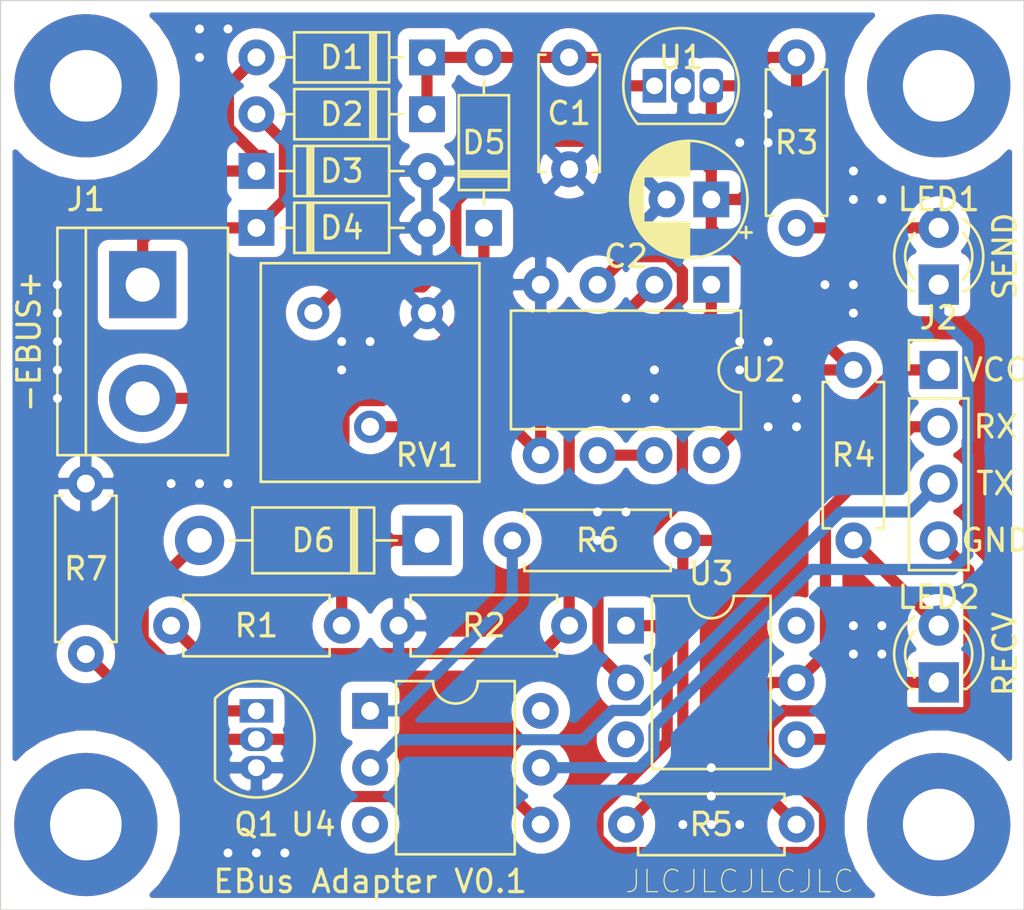
<source format=kicad_pcb>
(kicad_pcb (version 20171130) (host pcbnew 5.1.5+dfsg1-2build2)
  (layers (0 F.Cu signal hide) (31 B.Cu signal) (34 B.Paste user hide) (35 F.Paste user hide) (36 B.SilkS user hide) (37 F.SilkS user) (38 B.Mask user hide) (39 F.Mask user) (44 Edge.Cuts user))
  (net 0 "")
  (net 1 GNDA)
  (net 2 "Net-(C1-Pad1)")
  (net 3 +5V)
  (net 4 "Net-(D1-Pad2)")
  (net 5 "Net-(D2-Pad2)")
  (net 6 "Net-(D5-Pad1)")
  (net 7 "Net-(D6-Pad2)")
  (net 8 "Net-(J2-Pad4)")
  (net 9 "Net-(J2-Pad3)")
  (net 10 "Net-(J2-Pad2)")
  (net 11 "Net-(J2-Pad1)")
  (net 12 "Net-(LED1-Pad2)")
  (net 13 "Net-(LED1-Pad1)")
  (net 14 "Net-(LED2-Pad2)")
  (net 15 "Net-(LED2-Pad1)")
  (net 16 "Net-(Q1-Pad2)")
  (net 17 "Net-(R1-Pad2)")
  (net 18 "Net-(R6-Pad2)")
  (net 19 "Net-(RV1-Pad2)")
  (net 20 "Net-(U2-Pad6)")
  (net 21 "Net-(U2-Pad1)")
  (net 22 "Net-(U3-Pad6)")
  (net 23 "Net-(U3-Pad3)")
  (net 24 "Net-(U4-Pad6)")
  (net 25 "Net-(U4-Pad3)")
  (net 26 "Net-(H1-Pad1)")
  (net 27 "Net-(H2-Pad1)")
  (net 28 "Net-(H3-Pad1)")
  (net 29 "Net-(H4-Pad1)")
  (module TerminalBlock:TerminalBlock_bornier-2_P5.08mm (layer F.Cu) (at 36.83 104.14 270)
    (fp_text reference J1 (at -3.81 2.54 180) (layer F.SilkS))
    (fp_text value EBus-Connector)
    (fp_text user + (at 0 5.08 90) (layer F.SilkS))
    (fp_text user EBUS (at 2.54 5.08 270) (layer F.SilkS))
    (fp_text user - (at 5.08 5.08 90) (layer F.SilkS))
    (pad 1 thru_hole rect (at 0 0 270) (size 3 3) (drill 1.52) (layers *.Cu *.Mask) (net 4 "Net-(D1-Pad2)"))
    (pad 2 thru_hole circle (at 5.08 0 270) (size 3 3) (drill 1.52) (layers *.Cu *.Mask) (net 5 "Net-(D2-Pad2)"))
  )
  (module Connector_PinHeader_2.54mm:PinHeader_1x04_P2.54mm_Vertical (layer F.Cu) (at 72.39 107.95)
    (fp_text reference J2 (at 0 -2.33 180) (layer F.SilkS))
    (fp_text value Serial)
    (fp_text user VCC (at 2.54 0 180) (layer F.SilkS))
    (fp_text user RX (at 2.54 2.54) (layer F.SilkS))
    (fp_text user TX (at 2.54 5.08) (layer F.SilkS))
    (fp_text user GND (at 2.54 7.62) (layer F.SilkS))
    (pad 4 thru_hole oval (at 0 7.62) (size 1.7 1.7) (drill 1) (layers *.Cu *.Mask) (net 8 "Net-(J2-Pad4)"))
    (pad 3 thru_hole oval (at 0 5.08) (size 1.7 1.7) (drill 1) (layers *.Cu *.Mask) (net 9 "Net-(J2-Pad3)"))
    (pad 2 thru_hole oval (at 0 2.54) (size 1.7 1.7) (drill 1) (layers *.Cu *.Mask) (net 10 "Net-(J2-Pad2)"))
    (pad 1 thru_hole rect (at 0 0) (size 1.7 1.7) (drill 1) (layers *.Cu *.Mask) (net 11 "Net-(J2-Pad1)"))
  )
  (module MountingHole:MountingHole_3.2mm_M3_Pad (layer F.Cu) (at 34.29 95.25)
    (fp_text reference H1 hide)
    (fp_text value MountingHole_Pad)
    (pad 1 thru_hole circle (at 0 0) (size 6.4 6.4) (drill 3.2) (layers *.Cu *.Mask) (net 26 "Net-(H1-Pad1)"))
  )
  (module MountingHole:MountingHole_3.2mm_M3_Pad (layer F.Cu) (at 72.39 128.27)
    (fp_text reference H4 hide)
    (fp_text value MountingHole_Pad)
    (pad 1 thru_hole circle (at 0 0) (size 6.4 6.4) (drill 3.2) (layers *.Cu *.Mask) (net 29 "Net-(H4-Pad1)"))
  )
  (module MountingHole:MountingHole_3.2mm_M3_Pad (layer F.Cu) (at 72.39 95.25)
    (fp_text reference H3 hide)
    (fp_text value MountingHole_Pad)
    (pad 1 thru_hole circle (at 0 0) (size 6.4 6.4) (drill 3.2) (layers *.Cu *.Mask) (net 28 "Net-(H3-Pad1)"))
  )
  (module MountingHole:MountingHole_3.2mm_M3_Pad (layer F.Cu) (at 34.29 128.27)
    (fp_text reference H2 hide)
    (fp_text value MountingHole_Pad)
    (pad 1 thru_hole circle (at 0 0) (size 6.4 6.4) (drill 3.2) (layers *.Cu *.Mask) (net 27 "Net-(H2-Pad1)"))
  )
  (module LED_THT:LED_D3.0mm (layer F.Cu) (at 72.39 104.14 90)
    (fp_text reference LED1 (at 3.81 0 180) (layer F.SilkS))
    (fp_text value SEND (at 1.27 2.96 90) (layer F.SilkS))
    (pad 2 thru_hole circle (at 2.54 0 90) (size 1.8 1.8) (drill 0.9) (layers *.Cu *.Mask) (net 12 "Net-(LED1-Pad2)"))
    (pad 1 thru_hole rect (at 0 0 90) (size 1.8 1.8) (drill 0.9) (layers *.Cu *.Mask) (net 13 "Net-(LED1-Pad1)"))
  )
  (module Resistor_THT:R_Axial_DIN0207_L6.3mm_D2.5mm_P7.62mm_Horizontal (layer F.Cu) (at 68.58 107.95 270)
    (fp_text reference R4 (at 3.81 0 180) (layer F.SilkS))
    (fp_text value 220)
    (pad 2 thru_hole oval (at 7.62 0 270) (size 1.6 1.6) (drill 0.8) (layers *.Cu *.Mask) (net 14 "Net-(LED2-Pad2)"))
    (pad 1 thru_hole circle (at 0 0 270) (size 1.6 1.6) (drill 0.8) (layers *.Cu *.Mask) (net 3 +5V))
  )
  (module Package_DIP:DIP-6_W7.62mm (layer F.Cu) (at 46.99 123.19)
    (fp_text reference U4 (at -2.54 5.08 180) (layer F.SilkS))
    (fp_text value 4N25)
    (pad 1 thru_hole rect (at 0 0) (size 1.6 1.6) (drill 0.8) (layers *.Cu *.Mask) (net 18 "Net-(R6-Pad2)"))
    (pad 4 thru_hole oval (at 7.62 5.08) (size 1.6 1.6) (drill 0.8) (layers *.Cu *.Mask) (net 16 "Net-(Q1-Pad2)"))
    (pad 2 thru_hole oval (at 0 2.54) (size 1.6 1.6) (drill 0.8) (layers *.Cu *.Mask) (net 9 "Net-(J2-Pad3)"))
    (pad 5 thru_hole oval (at 7.62 2.54) (size 1.6 1.6) (drill 0.8) (layers *.Cu *.Mask) (net 13 "Net-(LED1-Pad1)"))
    (pad 3 thru_hole oval (at 0 5.08) (size 1.6 1.6) (drill 0.8) (layers *.Cu *.Mask) (net 25 "Net-(U4-Pad3)"))
    (pad 6 thru_hole oval (at 7.62 0) (size 1.6 1.6) (drill 0.8) (layers *.Cu *.Mask) (net 24 "Net-(U4-Pad6)"))
  )
  (module Diode_THT:D_DO-41_SOD81_P10.16mm_Horizontal (layer F.Cu) (at 49.53 115.57 180)
    (fp_text reference D6 (at 5.08 0) (layer F.SilkS))
    (fp_text value 1N4737A hide)
    (pad 2 thru_hole oval (at 10.16 0 180) (size 2.2 2.2) (drill 1.1) (layers *.Cu *.Mask) (net 7 "Net-(D6-Pad2)"))
    (pad 1 thru_hole rect (at 0 0 180) (size 2.2 2.2) (drill 1.1) (layers *.Cu *.Mask) (net 6 "Net-(D5-Pad1)"))
  )
  (module Resistor_THT:R_Axial_DIN0207_L6.3mm_D2.5mm_P7.62mm_Horizontal (layer F.Cu) (at 55.88 119.38 180)
    (fp_text reference R2 (at 3.81 0) (layer F.SilkS))
    (fp_text value 5k)
    (pad 2 thru_hole oval (at 7.62 0 180) (size 1.6 1.6) (drill 0.8) (layers *.Cu *.Mask) (net 1 GNDA))
    (pad 1 thru_hole circle (at 0 0 180) (size 1.6 1.6) (drill 0.8) (layers *.Cu *.Mask) (net 17 "Net-(R1-Pad2)"))
  )
  (module Resistor_THT:R_Axial_DIN0207_L6.3mm_D2.5mm_P7.62mm_Horizontal (layer F.Cu) (at 34.29 120.65 90)
    (fp_text reference R7 (at 3.81 0 180) (layer F.SilkS))
    (fp_text value 4.7k)
    (pad 2 thru_hole oval (at 7.62 0 90) (size 1.6 1.6) (drill 0.8) (layers *.Cu *.Mask) (net 1 GNDA))
    (pad 1 thru_hole circle (at 0 0 90) (size 1.6 1.6) (drill 0.8) (layers *.Cu *.Mask) (net 16 "Net-(Q1-Pad2)"))
  )
  (module Resistor_THT:R_Axial_DIN0207_L6.3mm_D2.5mm_P7.62mm_Horizontal (layer F.Cu) (at 60.96 115.57 180)
    (fp_text reference R6 (at 3.81 0) (layer F.SilkS))
    (fp_text value 130)
    (pad 2 thru_hole oval (at 7.62 0 180) (size 1.6 1.6) (drill 0.8) (layers *.Cu *.Mask) (net 18 "Net-(R6-Pad2)"))
    (pad 1 thru_hole circle (at 0 0 180) (size 1.6 1.6) (drill 0.8) (layers *.Cu *.Mask) (net 11 "Net-(J2-Pad1)"))
  )
  (module Resistor_THT:R_Axial_DIN0207_L6.3mm_D2.5mm_P7.62mm_Horizontal (layer F.Cu) (at 58.42 128.27)
    (fp_text reference R5 (at 3.81 0) (layer F.SilkS))
    (fp_text value 4.7k)
    (pad 2 thru_hole oval (at 7.62 0) (size 1.6 1.6) (drill 0.8) (layers *.Cu *.Mask) (net 10 "Net-(J2-Pad2)"))
    (pad 1 thru_hole circle (at 0 0) (size 1.6 1.6) (drill 0.8) (layers *.Cu *.Mask) (net 11 "Net-(J2-Pad1)"))
  )
  (module Resistor_THT:R_Axial_DIN0207_L6.3mm_D2.5mm_P7.62mm_Horizontal (layer F.Cu) (at 66.04 93.98 270)
    (fp_text reference R3 (at 3.81 0 180) (layer F.SilkS))
    (fp_text value 470)
    (pad 2 thru_hole oval (at 7.62 0 270) (size 1.6 1.6) (drill 0.8) (layers *.Cu *.Mask) (net 12 "Net-(LED1-Pad2)"))
    (pad 1 thru_hole circle (at 0 0 270) (size 1.6 1.6) (drill 0.8) (layers *.Cu *.Mask) (net 3 +5V))
  )
  (module Resistor_THT:R_Axial_DIN0207_L6.3mm_D2.5mm_P7.62mm_Horizontal (layer F.Cu) (at 45.72 119.38 180)
    (fp_text reference R1 (at 3.81 0) (layer F.SilkS))
    (fp_text value 20k)
    (pad 2 thru_hole oval (at 7.62 0 180) (size 1.6 1.6) (drill 0.8) (layers *.Cu *.Mask) (net 17 "Net-(R1-Pad2)"))
    (pad 1 thru_hole circle (at 0 0 180) (size 1.6 1.6) (drill 0.8) (layers *.Cu *.Mask) (net 6 "Net-(D5-Pad1)"))
  )
  (module Package_DIP:DIP-6_W7.62mm (layer F.Cu) (at 58.42 119.38)
    (fp_text reference U3 (at 3.81 -2.33) (layer F.SilkS))
    (fp_text value 4N25)
    (pad 6 thru_hole oval (at 7.62 0) (size 1.6 1.6) (drill 0.8) (layers *.Cu *.Mask) (net 22 "Net-(U3-Pad6)"))
    (pad 3 thru_hole oval (at 0 5.08) (size 1.6 1.6) (drill 0.8) (layers *.Cu *.Mask) (net 23 "Net-(U3-Pad3)"))
    (pad 5 thru_hole oval (at 7.62 2.54) (size 1.6 1.6) (drill 0.8) (layers *.Cu *.Mask) (net 10 "Net-(J2-Pad2)"))
    (pad 2 thru_hole oval (at 0 2.54) (size 1.6 1.6) (drill 0.8) (layers *.Cu *.Mask) (net 21 "Net-(U2-Pad1)"))
    (pad 4 thru_hole oval (at 7.62 5.08) (size 1.6 1.6) (drill 0.8) (layers *.Cu *.Mask) (net 8 "Net-(J2-Pad4)"))
    (pad 1 thru_hole rect (at 0 0) (size 1.6 1.6) (drill 0.8) (layers *.Cu *.Mask) (net 15 "Net-(LED2-Pad1)"))
  )
  (module Package_DIP:DIP-8_W7.62mm (layer F.Cu) (at 62.23 104.14 270)
    (fp_text reference U2 (at 3.81 -2.33 180) (layer F.SilkS))
    (fp_text value LM393N)
    (pad 8 thru_hole oval (at 7.62 0 270) (size 1.6 1.6) (drill 0.8) (layers *.Cu *.Mask) (net 3 +5V))
    (pad 4 thru_hole oval (at 0 7.62 270) (size 1.6 1.6) (drill 0.8) (layers *.Cu *.Mask) (net 1 GNDA))
    (pad 7 thru_hole oval (at 7.62 2.54 270) (size 1.6 1.6) (drill 0.8) (layers *.Cu *.Mask) (net 20 "Net-(U2-Pad6)"))
    (pad 3 thru_hole oval (at 0 5.08 270) (size 1.6 1.6) (drill 0.8) (layers *.Cu *.Mask) (net 17 "Net-(R1-Pad2)"))
    (pad 6 thru_hole oval (at 7.62 5.08 270) (size 1.6 1.6) (drill 0.8) (layers *.Cu *.Mask) (net 20 "Net-(U2-Pad6)"))
    (pad 2 thru_hole oval (at 0 2.54 270) (size 1.6 1.6) (drill 0.8) (layers *.Cu *.Mask) (net 19 "Net-(RV1-Pad2)"))
    (pad 5 thru_hole oval (at 7.62 7.62 270) (size 1.6 1.6) (drill 0.8) (layers *.Cu *.Mask) (net 19 "Net-(RV1-Pad2)"))
    (pad 1 thru_hole rect (at 0 0 270) (size 1.6 1.6) (drill 0.8) (layers *.Cu *.Mask) (net 21 "Net-(U2-Pad1)"))
  )
  (module Package_TO_SOT_THT:TO-92L_Inline (layer F.Cu) (at 59.69 95.25)
    (fp_text reference U1 (at 1.19 -1.27) (layer F.SilkS))
    (fp_text value L7805 hide)
    (pad 1 thru_hole rect (at 0 0) (size 1.05 1.5) (drill 0.75) (layers *.Cu *.Mask) (net 2 "Net-(C1-Pad1)"))
    (pad 3 thru_hole roundrect (at 2.54 0) (size 1.05 1.5) (drill 0.75) (layers *.Cu *.Mask) (net 3 +5V))
    (pad 2 thru_hole roundrect (at 1.27 0) (size 1.05 1.5) (drill 0.75) (layers *.Cu *.Mask) (net 1 GNDA))
  )
  (module Potentiometer_THT:Potentiometer_Bourns_3386F_Vertical (layer F.Cu) (at 44.45 105.41 270)
    (fp_text reference RV1 (at 6.35 -5.08 180) (layer F.SilkS))
    (fp_text value 20k)
    (pad 1 thru_hole circle (at 0 0 270) (size 1.44 1.44) (drill 0.8) (layers *.Cu *.Mask) (net 3 +5V))
    (pad 2 thru_hole circle (at 5.08 -2.54 270) (size 1.44 1.44) (drill 0.8) (layers *.Cu *.Mask) (net 19 "Net-(RV1-Pad2)"))
    (pad 3 thru_hole circle (at 0 -5.08 270) (size 1.44 1.44) (drill 0.8) (layers *.Cu *.Mask) (net 1 GNDA))
  )
  (module Package_TO_SOT_THT:TO-92_Inline (layer F.Cu) (at 41.91 123.19 270)
    (fp_text reference Q1 (at 5.08 0 180) (layer F.SilkS))
    (fp_text value BC337)
    (pad 1 thru_hole rect (at 0 0 270) (size 1.05 1.5) (drill 0.75) (layers *.Cu *.Mask) (net 7 "Net-(D6-Pad2)"))
    (pad 3 thru_hole oval (at 2.54 0 270) (size 1.05 1.5) (drill 0.75) (layers *.Cu *.Mask) (net 1 GNDA))
    (pad 2 thru_hole oval (at 1.27 0 270) (size 1.05 1.5) (drill 0.75) (layers *.Cu *.Mask) (net 16 "Net-(Q1-Pad2)"))
  )
  (module LED_THT:LED_D3.0mm (layer F.Cu) (at 72.39 121.92 90)
    (fp_text reference LED2 (at 3.81 0 180) (layer F.SilkS))
    (fp_text value RECV (at 1.27 2.96 90) (layer F.SilkS))
    (pad 2 thru_hole circle (at 2.54 0 90) (size 1.8 1.8) (drill 0.9) (layers *.Cu *.Mask) (net 14 "Net-(LED2-Pad2)"))
    (pad 1 thru_hole rect (at 0 0 90) (size 1.8 1.8) (drill 0.9) (layers *.Cu *.Mask) (net 15 "Net-(LED2-Pad1)"))
  )
  (module Diode_THT:D_DO-35_SOD27_P7.62mm_Horizontal (layer F.Cu) (at 52.07 101.6 90)
    (fp_text reference D5 (at 3.81 0 180) (layer F.SilkS))
    (fp_text value 1N914 hide)
    (pad 2 thru_hole oval (at 7.62 0 90) (size 1.6 1.6) (drill 0.8) (layers *.Cu *.Mask) (net 2 "Net-(C1-Pad1)"))
    (pad 1 thru_hole rect (at 0 0 90) (size 1.6 1.6) (drill 0.8) (layers *.Cu *.Mask) (net 6 "Net-(D5-Pad1)"))
  )
  (module Diode_THT:D_DO-35_SOD27_P7.62mm_Horizontal (layer F.Cu) (at 41.91 101.6)
    (fp_text reference D4 (at 3.81 0) (layer F.SilkS))
    (fp_text value 1N914 hide)
    (pad 2 thru_hole oval (at 7.62 0) (size 1.6 1.6) (drill 0.8) (layers *.Cu *.Mask) (net 1 GNDA))
    (pad 1 thru_hole rect (at 0 0) (size 1.6 1.6) (drill 0.8) (layers *.Cu *.Mask) (net 5 "Net-(D2-Pad2)"))
  )
  (module Diode_THT:D_DO-35_SOD27_P7.62mm_Horizontal (layer F.Cu) (at 41.91 99.06)
    (fp_text reference D3 (at 3.81 0) (layer F.SilkS))
    (fp_text value 1N914 hide)
    (pad 2 thru_hole oval (at 7.62 0) (size 1.6 1.6) (drill 0.8) (layers *.Cu *.Mask) (net 1 GNDA))
    (pad 1 thru_hole rect (at 0 0) (size 1.6 1.6) (drill 0.8) (layers *.Cu *.Mask) (net 4 "Net-(D1-Pad2)"))
  )
  (module Diode_THT:D_DO-35_SOD27_P7.62mm_Horizontal (layer F.Cu) (at 49.53 96.52 180)
    (fp_text reference D2 (at 3.81 0) (layer F.SilkS))
    (fp_text value 1N914 hide)
    (pad 2 thru_hole oval (at 7.62 0 180) (size 1.6 1.6) (drill 0.8) (layers *.Cu *.Mask) (net 5 "Net-(D2-Pad2)"))
    (pad 1 thru_hole rect (at 0 0 180) (size 1.6 1.6) (drill 0.8) (layers *.Cu *.Mask) (net 2 "Net-(C1-Pad1)"))
  )
  (module Diode_THT:D_DO-35_SOD27_P7.62mm_Horizontal (layer F.Cu) (at 49.53 93.98 180)
    (fp_text reference D1 (at 3.81 0) (layer F.SilkS))
    (fp_text value 1N914 hide)
    (pad 2 thru_hole oval (at 7.62 0 180) (size 1.6 1.6) (drill 0.8) (layers *.Cu *.Mask) (net 4 "Net-(D1-Pad2)"))
    (pad 1 thru_hole rect (at 0 0 180) (size 1.6 1.6) (drill 0.8) (layers *.Cu *.Mask) (net 2 "Net-(C1-Pad1)"))
  )
  (module Capacitor_THT:CP_Radial_D5.0mm_P2.00mm (layer F.Cu) (at 62.23 100.33 180)
    (fp_text reference C2 (at 3.81 -2.54) (layer F.SilkS))
    (fp_text value 10uF hide)
    (pad 2 thru_hole circle (at 2 0 180) (size 1.6 1.6) (drill 0.8) (layers *.Cu *.Mask) (net 1 GNDA))
    (pad 1 thru_hole rect (at 0 0 180) (size 1.6 1.6) (drill 0.8) (layers *.Cu *.Mask) (net 3 +5V))
  )
  (module Capacitor_THT:C_Disc_D5.0mm_W2.5mm_P5.00mm (layer F.Cu) (at 55.88 93.98 270)
    (fp_text reference C1 (at 2.5 0 180) (layer F.SilkS))
    (fp_text value 100nF hide)
    (pad 2 thru_hole circle (at 5 0 270) (size 1.6 1.6) (drill 0.8) (layers *.Cu *.Mask) (net 1 GNDA))
    (pad 1 thru_hole circle (at 0 0 270) (size 1.6 1.6) (drill 0.8) (layers *.Cu *.Mask) (net 2 "Net-(C1-Pad1)"))
  )
  (gr_line (start 76.2 91.44) (end 30.48 91.44) (layer Edge.Cuts) (width 0.05))
  (gr_line (start 76.2 132.08) (end 76.2 91.44) (layer Edge.Cuts) (width 0.05))
  (gr_line (start 30.48 132.08) (end 76.2 132.08) (layer Edge.Cuts) (width 0.05))
  (gr_line (start 30.48 91.44) (end 30.48 132.08) (layer Edge.Cuts) (width 0.05))
  (gr_text JLCJLCJLCJLC (at 63.5 130.81) (layer F.SilkS) (effects (font (size 1 1) (thickness 0.05))))
  (gr_text "EBus Adapter V0.1" (at 46.99 130.81) (layer F.SilkS) (effects (font (size 1 1))))
  (segment (start 49.53 99.06) (end 49.53 101.6) (width 0.5) (layer F.Cu) (net 1))
  (via (at 63.5 107.95) (size 0.8) (drill 0.4) (layers F.Cu B.Cu) (net 1))
  (via (at 64.77 106.68) (size 0.8) (drill 0.4) (layers F.Cu B.Cu) (net 1))
  (via (at 63.5 106.68) (size 0.8) (drill 0.4) (layers F.Cu B.Cu) (net 1))
  (via (at 46.99 106.68) (size 0.8) (drill 0.4) (layers F.Cu B.Cu) (net 1))
  (via (at 45.72 107.95) (size 0.8) (drill 0.4) (layers F.Cu B.Cu) (net 1))
  (via (at 45.72 106.68) (size 0.8) (drill 0.4) (layers F.Cu B.Cu) (net 1))
  (via (at 38.1 113.03) (size 0.8) (drill 0.4) (layers F.Cu B.Cu) (net 1))
  (via (at 39.37 113.03) (size 0.8) (drill 0.4) (layers F.Cu B.Cu) (net 1))
  (via (at 40.64 113.03) (size 0.8) (drill 0.4) (layers F.Cu B.Cu) (net 1))
  (via (at 64.77 110.49) (size 0.8) (drill 0.4) (layers F.Cu B.Cu) (net 1))
  (via (at 66.04 110.49) (size 0.8) (drill 0.4) (layers F.Cu B.Cu) (net 1))
  (via (at 66.04 109.22) (size 0.8) (drill 0.4) (layers F.Cu B.Cu) (net 1))
  (via (at 68.58 119.38) (size 0.8) (drill 0.4) (layers F.Cu B.Cu) (net 1))
  (via (at 68.58 120.65) (size 0.8) (drill 0.4) (layers F.Cu B.Cu) (net 1))
  (via (at 69.85 120.65) (size 0.8) (drill 0.4) (layers F.Cu B.Cu) (net 1))
  (via (at 69.85 119.38) (size 0.8) (drill 0.4) (layers F.Cu B.Cu) (net 1))
  (via (at 60.96 128.27) (size 0.8) (drill 0.4) (layers F.Cu B.Cu) (net 1))
  (via (at 62.23 128.27) (size 0.8) (drill 0.4) (layers F.Cu B.Cu) (net 1))
  (via (at 63.5 128.27) (size 0.8) (drill 0.4) (layers F.Cu B.Cu) (net 1))
  (via (at 62.23 127) (size 0.8) (drill 0.4) (layers F.Cu B.Cu) (net 1))
  (via (at 62.23 125.73) (size 0.8) (drill 0.4) (layers F.Cu B.Cu) (net 1))
  (via (at 58.42 109.22) (size 0.8) (drill 0.4) (layers F.Cu B.Cu) (net 1))
  (via (at 59.69 109.22) (size 0.8) (drill 0.4) (layers F.Cu B.Cu) (net 1))
  (via (at 59.69 107.95) (size 0.8) (drill 0.4) (layers F.Cu B.Cu) (net 1))
  (via (at 57.15 114.3) (size 0.8) (drill 0.4) (layers F.Cu B.Cu) (net 1))
  (via (at 57.15 115.57) (size 0.8) (drill 0.4) (layers F.Cu B.Cu) (net 1))
  (via (at 58.42 114.3) (size 0.8) (drill 0.4) (layers F.Cu B.Cu) (net 1))
  (via (at 40.64 129.54) (size 0.8) (drill 0.4) (layers F.Cu B.Cu) (net 1))
  (via (at 41.91 129.54) (size 0.8) (drill 0.4) (layers F.Cu B.Cu) (net 1))
  (via (at 43.18 129.54) (size 0.8) (drill 0.4) (layers F.Cu B.Cu) (net 1))
  (via (at 67.31 104.14) (size 0.8) (drill 0.4) (layers F.Cu B.Cu) (net 1))
  (via (at 68.58 104.14) (size 0.8) (drill 0.4) (layers F.Cu B.Cu) (net 1))
  (via (at 68.58 105.41) (size 0.8) (drill 0.4) (layers F.Cu B.Cu) (net 1))
  (via (at 39.37 92.71) (size 0.8) (drill 0.4) (layers F.Cu B.Cu) (net 1))
  (via (at 39.37 93.98) (size 0.8) (drill 0.4) (layers F.Cu B.Cu) (net 1))
  (via (at 40.64 92.71) (size 0.8) (drill 0.4) (layers F.Cu B.Cu) (net 1))
  (via (at 33.02 106.68) (size 0.8) (drill 0.4) (layers F.Cu B.Cu) (net 1))
  (via (at 33.02 105.41) (size 0.8) (drill 0.4) (layers F.Cu B.Cu) (net 1))
  (via (at 33.02 104.14) (size 0.8) (drill 0.4) (layers F.Cu B.Cu) (net 1))
  (via (at 33.02 107.95) (size 0.8) (drill 0.4) (layers F.Cu B.Cu) (net 1))
  (via (at 33.02 109.22) (size 0.8) (drill 0.4) (layers F.Cu B.Cu) (net 1))
  (via (at 68.58 99.06) (size 0.8) (drill 0.4) (layers F.Cu B.Cu) (net 1))
  (via (at 68.58 100.33) (size 0.8) (drill 0.4) (layers F.Cu B.Cu) (net 1))
  (via (at 69.85 100.33) (size 0.8) (drill 0.4) (layers F.Cu B.Cu) (net 1))
  (via (at 64.77 96.52) (size 0.8) (drill 0.4) (layers F.Cu B.Cu) (net 1))
  (via (at 64.77 97.79) (size 0.8) (drill 0.4) (layers F.Cu B.Cu) (net 1))
  (via (at 63.5 97.79) (size 0.8) (drill 0.4) (layers F.Cu B.Cu) (net 1))
  (segment (start 49.53 93.98) (end 49.53 96.52) (width 0.5) (layer F.Cu) (net 2))
  (segment (start 52.07 93.98) (end 49.53 93.98) (width 0.5) (layer F.Cu) (net 2))
  (segment (start 52.07 93.98) (end 55.88 93.98) (width 0.5) (layer F.Cu) (net 2))
  (segment (start 55.88 93.98) (end 57.15 93.98) (width 0.5) (layer F.Cu) (net 2))
  (segment (start 58.42 95.25) (end 59.69 95.25) (width 0.5) (layer F.Cu) (net 2))
  (segment (start 57.15 93.98) (end 58.42 95.25) (width 0.5) (layer F.Cu) (net 2))
  (segment (start 62.23 95.25) (end 63.5 95.25) (width 0.5) (layer F.Cu) (net 3))
  (segment (start 64.77 93.98) (end 66.04 93.98) (width 0.5) (layer F.Cu) (net 3))
  (segment (start 63.5 95.25) (end 64.77 93.98) (width 0.5) (layer F.Cu) (net 3))
  (segment (start 62.23 99.03) (end 62.23 95.25) (width 0.5) (layer F.Cu) (net 3))
  (segment (start 63.53 100.33) (end 62.23 100.33) (width 0.5) (layer F.Cu) (net 3))
  (segment (start 66.04 97.82) (end 63.53 100.33) (width 0.5) (layer F.Cu) (net 3))
  (segment (start 66.04 93.98) (end 66.04 97.82) (width 0.5) (layer F.Cu) (net 3))
  (segment (start 60.929999 97.729999) (end 62.23 99.03) (width 0.5) (layer F.Cu) (net 3))
  (segment (start 50.819999 100.439999) (end 53.529999 97.729999) (width 0.5) (layer F.Cu) (net 3))
  (segment (start 62.23 99.03) (end 62.23 100.33) (width 0.5) (layer F.Cu) (net 3))
  (segment (start 50.819999 102.760001) (end 50.819999 100.439999) (width 0.5) (layer F.Cu) (net 3))
  (segment (start 53.529999 97.729999) (end 60.929999 97.729999) (width 0.5) (layer F.Cu) (net 3))
  (segment (start 45.620001 104.239999) (end 49.340001 104.239999) (width 0.5) (layer F.Cu) (net 3))
  (segment (start 49.340001 104.239999) (end 50.819999 102.760001) (width 0.5) (layer F.Cu) (net 3))
  (segment (start 44.45 105.41) (end 45.620001 104.239999) (width 0.5) (layer F.Cu) (net 3))
  (segment (start 68.55 107.95) (end 68.58 107.95) (width 0.5) (layer F.Cu) (net 3))
  (segment (start 62.23 101.63) (end 68.55 107.95) (width 0.5) (layer F.Cu) (net 3))
  (segment (start 62.23 100.33) (end 62.23 101.63) (width 0.5) (layer F.Cu) (net 3))
  (segment (start 66.04 107.95) (end 62.23 111.76) (width 0.5) (layer F.Cu) (net 3))
  (segment (start 68.58 107.95) (end 66.04 107.95) (width 0.5) (layer F.Cu) (net 3))
  (segment (start 42.199953 98.35999) (end 42.404981 98.565018) (width 0.5) (layer F.Cu) (net 4))
  (segment (start 41.899988 98.35999) (end 42.199953 98.35999) (width 0.5) (layer F.Cu) (net 4))
  (segment (start 40.659999 97.120001) (end 41.899988 98.35999) (width 0.5) (layer F.Cu) (net 4))
  (segment (start 40.659999 95.230001) (end 40.659999 97.120001) (width 0.5) (layer F.Cu) (net 4))
  (segment (start 41.91 93.98) (end 40.659999 95.230001) (width 0.5) (layer F.Cu) (net 4))
  (segment (start 40.64 95.25) (end 40.659999 95.230001) (width 0.5) (layer F.Cu) (net 4))
  (segment (start 40.61 99.06) (end 41.91 99.06) (width 0.5) (layer F.Cu) (net 4))
  (segment (start 39.91 99.06) (end 40.61 99.06) (width 0.5) (layer F.Cu) (net 4))
  (segment (start 36.83 102.14) (end 39.91 99.06) (width 0.5) (layer F.Cu) (net 4))
  (segment (start 36.83 104.14) (end 36.83 102.14) (width 0.5) (layer F.Cu) (net 4))
  (segment (start 43.160001 100.349999) (end 41.91 101.6) (width 0.5) (layer F.Cu) (net 5))
  (segment (start 43.160001 97.770001) (end 43.160001 100.349999) (width 0.5) (layer F.Cu) (net 5))
  (segment (start 41.91 96.52) (end 43.160001 97.770001) (width 0.5) (layer F.Cu) (net 5))
  (segment (start 40.61 101.6) (end 41.91 101.6) (width 0.5) (layer F.Cu) (net 5))
  (segment (start 39.37 102.84) (end 40.61 101.6) (width 0.5) (layer F.Cu) (net 5))
  (segment (start 39.37 108.80132) (end 39.37 102.84) (width 0.5) (layer F.Cu) (net 5))
  (segment (start 38.95132 109.22) (end 39.37 108.80132) (width 0.5) (layer F.Cu) (net 5))
  (segment (start 36.83 109.22) (end 38.95132 109.22) (width 0.5) (layer F.Cu) (net 5))
  (segment (start 45.819999 113.459999) (end 47.93 115.57) (width 0.5) (layer F.Cu) (net 6))
  (segment (start 45.819999 109.928399) (end 45.819999 113.459999) (width 0.5) (layer F.Cu) (net 6))
  (segment (start 46.428399 109.319999) (end 45.819999 109.928399) (width 0.5) (layer F.Cu) (net 6))
  (segment (start 47.551601 109.319999) (end 46.428399 109.319999) (width 0.5) (layer F.Cu) (net 6))
  (segment (start 52.07 104.8016) (end 47.551601 109.319999) (width 0.5) (layer F.Cu) (net 6))
  (segment (start 52.07 101.6) (end 52.07 104.8016) (width 0.5) (layer F.Cu) (net 6))
  (segment (start 45.72 118.24863) (end 45.72 119.38) (width 0.5) (layer F.Cu) (net 6))
  (segment (start 45.72 117.78) (end 45.72 118.24863) (width 0.5) (layer F.Cu) (net 6))
  (segment (start 47.93 115.57) (end 45.72 117.78) (width 0.5) (layer F.Cu) (net 6))
  (segment (start 49.53 115.57) (end 47.93 115.57) (width 0.5) (layer F.Cu) (net 6))
  (segment (start 38.270001 116.669999) (end 39.37 115.57) (width 0.5) (layer F.Cu) (net 7))
  (segment (start 36.849999 119.980001) (end 36.849999 118.090001) (width 0.5) (layer F.Cu) (net 7))
  (segment (start 36.849999 118.090001) (end 38.270001 116.669999) (width 0.5) (layer F.Cu) (net 7))
  (segment (start 40.059998 123.19) (end 36.849999 119.980001) (width 0.5) (layer F.Cu) (net 7))
  (segment (start 41.91 123.19) (end 40.059998 123.19) (width 0.5) (layer F.Cu) (net 7))
  (segment (start 73.239999 116.419999) (end 72.39 115.57) (width 0.5) (layer F.Cu) (net 8))
  (segment (start 73.740001 116.920001) (end 73.239999 116.419999) (width 0.5) (layer F.Cu) (net 8))
  (segment (start 73.740001 123.180001) (end 73.740001 116.920001) (width 0.5) (layer F.Cu) (net 8))
  (segment (start 73.650001 123.270001) (end 73.740001 123.180001) (width 0.5) (layer F.Cu) (net 8))
  (segment (start 70.803997 123.270001) (end 73.650001 123.270001) (width 0.5) (layer F.Cu) (net 8))
  (segment (start 69.613998 124.46) (end 70.803997 123.270001) (width 0.5) (layer F.Cu) (net 8))
  (segment (start 66.04 124.46) (end 69.613998 124.46) (width 0.5) (layer F.Cu) (net 8))
  (segment (start 57.819999 123.170001) (end 59.129997 123.170001) (width 0.5) (layer B.Cu) (net 9))
  (segment (start 56.510001 124.479999) (end 57.819999 123.170001) (width 0.5) (layer B.Cu) (net 9))
  (segment (start 48.240001 124.479999) (end 56.510001 124.479999) (width 0.5) (layer B.Cu) (net 9))
  (segment (start 46.99 125.73) (end 48.240001 124.479999) (width 0.5) (layer B.Cu) (net 9))
  (segment (start 72.39 113.03) (end 71.12 114.3) (width 0.5) (layer B.Cu) (net 9))
  (segment (start 67.999998 114.3) (end 59.129997 123.170001) (width 0.5) (layer B.Cu) (net 9))
  (segment (start 71.12 114.3) (end 67.999998 114.3) (width 0.5) (layer B.Cu) (net 9))
  (segment (start 65.240001 127.470001) (end 66.04 128.27) (width 0.5) (layer F.Cu) (net 10))
  (segment (start 64.089989 126.319989) (end 65.240001 127.470001) (width 0.5) (layer F.Cu) (net 10))
  (segment (start 64.089989 122.738641) (end 64.089989 126.319989) (width 0.5) (layer F.Cu) (net 10))
  (segment (start 64.90863 121.92) (end 64.089989 122.738641) (width 0.5) (layer F.Cu) (net 10))
  (segment (start 66.04 121.92) (end 64.90863 121.92) (width 0.5) (layer F.Cu) (net 10))
  (segment (start 71.187919 110.49) (end 72.39 110.49) (width 0.5) (layer F.Cu) (net 10))
  (segment (start 67.329999 114.34792) (end 71.187919 110.49) (width 0.5) (layer F.Cu) (net 10))
  (segment (start 67.329999 120.630001) (end 67.329999 114.34792) (width 0.5) (layer F.Cu) (net 10))
  (segment (start 66.04 121.92) (end 67.329999 120.630001) (width 0.5) (layer F.Cu) (net 10))
  (segment (start 60.96 125.73) (end 58.42 128.27) (width 0.5) (layer F.Cu) (net 11))
  (segment (start 60.96 115.57) (end 60.96 125.73) (width 0.5) (layer F.Cu) (net 11))
  (segment (start 70.430002 107.95) (end 72.39 107.95) (width 0.5) (layer F.Cu) (net 11))
  (segment (start 62.810002 115.57) (end 70.430002 107.95) (width 0.5) (layer F.Cu) (net 11))
  (segment (start 60.96 115.57) (end 62.810002 115.57) (width 0.5) (layer F.Cu) (net 11))
  (segment (start 66.04 101.6) (end 72.39 101.6) (width 0.5) (layer F.Cu) (net 12))
  (segment (start 72.39 105.54) (end 72.39 104.14) (width 0.5) (layer B.Cu) (net 13))
  (segment (start 73.690001 106.840001) (end 72.39 105.54) (width 0.5) (layer B.Cu) (net 13))
  (segment (start 73.66 111.144002) (end 73.690001 111.114001) (width 0.5) (layer B.Cu) (net 13))
  (segment (start 73.66 111.76) (end 73.66 111.144002) (width 0.5) (layer B.Cu) (net 13))
  (segment (start 73.690001 111.790001) (end 73.66 111.76) (width 0.5) (layer B.Cu) (net 13))
  (segment (start 73.690001 116.194001) (end 73.690001 111.790001) (width 0.5) (layer B.Cu) (net 13))
  (segment (start 73.014001 116.870001) (end 73.690001 116.194001) (width 0.5) (layer B.Cu) (net 13))
  (segment (start 73.690001 111.114001) (end 73.690001 106.840001) (width 0.5) (layer B.Cu) (net 13))
  (segment (start 66.699997 116.870001) (end 73.014001 116.870001) (width 0.5) (layer B.Cu) (net 13))
  (segment (start 55.74137 125.73) (end 54.61 125.73) (width 0.5) (layer B.Cu) (net 13))
  (segment (start 59.670001 125.060001) (end 59.000002 125.73) (width 0.5) (layer B.Cu) (net 13))
  (segment (start 59.670001 123.899997) (end 59.670001 125.060001) (width 0.5) (layer B.Cu) (net 13))
  (segment (start 59.000002 125.73) (end 55.74137 125.73) (width 0.5) (layer B.Cu) (net 13))
  (segment (start 66.699997 116.870001) (end 59.670001 123.899997) (width 0.5) (layer B.Cu) (net 13))
  (segment (start 68.58 115.57) (end 72.39 119.38) (width 0.5) (layer F.Cu) (net 14))
  (segment (start 64.789999 125.169997) (end 64.789999 123.859999) (width 0.5) (layer F.Cu) (net 15))
  (segment (start 58.42 119.38) (end 59.72 119.38) (width 0.5) (layer F.Cu) (net 15))
  (segment (start 59.72 119.38) (end 60.25999 119.91999) (width 0.5) (layer F.Cu) (net 15))
  (segment (start 60.25999 119.91999) (end 60.25999 124.580008) (width 0.5) (layer F.Cu) (net 15))
  (segment (start 60.25999 124.580008) (end 57.169999 127.669999) (width 0.5) (layer F.Cu) (net 15))
  (segment (start 57.169999 127.669999) (end 57.169999 128.870001) (width 0.5) (layer F.Cu) (net 15))
  (segment (start 67.290001 127.669999) (end 64.789999 125.169997) (width 0.5) (layer F.Cu) (net 15))
  (segment (start 57.169999 128.870001) (end 57.819999 129.520001) (width 0.5) (layer F.Cu) (net 15))
  (segment (start 57.819999 129.520001) (end 66.640001 129.520001) (width 0.5) (layer F.Cu) (net 15))
  (segment (start 66.640001 129.520001) (end 67.290001 128.870001) (width 0.5) (layer F.Cu) (net 15))
  (segment (start 67.290001 128.870001) (end 67.290001 127.669999) (width 0.5) (layer F.Cu) (net 15))
  (segment (start 64.789999 123.859999) (end 65.479997 123.170001) (width 0.5) (layer F.Cu) (net 15))
  (segment (start 65.499996 123.19) (end 69.85 123.19) (width 0.5) (layer F.Cu) (net 15))
  (segment (start 65.479997 123.170001) (end 65.499996 123.19) (width 0.5) (layer F.Cu) (net 15))
  (segment (start 70.99 121.92) (end 72.39 121.92) (width 0.5) (layer F.Cu) (net 15))
  (segment (start 69.85 123.06) (end 70.99 121.92) (width 0.5) (layer F.Cu) (net 15))
  (segment (start 69.85 123.19) (end 69.85 123.06) (width 0.5) (layer F.Cu) (net 15))
  (segment (start 38.1 124.46) (end 41.91 124.46) (width 0.5) (layer F.Cu) (net 16))
  (segment (start 34.29 120.65) (end 38.1 124.46) (width 0.5) (layer F.Cu) (net 16))
  (segment (start 53.810001 127.470001) (end 54.61 128.27) (width 0.5) (layer F.Cu) (net 16))
  (segment (start 41.91 124.46) (end 43.16 124.46) (width 0.5) (layer F.Cu) (net 16))
  (segment (start 43.16 124.46) (end 45.719999 127.019999) (width 0.5) (layer F.Cu) (net 16))
  (segment (start 53.359999 127.019999) (end 53.810001 127.470001) (width 0.5) (layer F.Cu) (net 16))
  (segment (start 45.719999 127.019999) (end 53.359999 127.019999) (width 0.5) (layer F.Cu) (net 16))
  (segment (start 55.080001 120.179999) (end 55.88 119.38) (width 0.5) (layer F.Cu) (net 17))
  (segment (start 54.629999 120.630001) (end 55.080001 120.179999) (width 0.5) (layer F.Cu) (net 17))
  (segment (start 39.350001 120.630001) (end 54.629999 120.630001) (width 0.5) (layer F.Cu) (net 17))
  (segment (start 38.1 119.38) (end 39.350001 120.630001) (width 0.5) (layer F.Cu) (net 17))
  (segment (start 58.400001 102.889999) (end 57.949999 103.340001) (width 0.5) (layer F.Cu) (net 17))
  (segment (start 57.949999 103.340001) (end 57.15 104.14) (width 0.5) (layer F.Cu) (net 17))
  (segment (start 60.290001 102.889999) (end 58.400001 102.889999) (width 0.5) (layer F.Cu) (net 17))
  (segment (start 60.940001 103.539999) (end 60.290001 102.889999) (width 0.5) (layer F.Cu) (net 17))
  (segment (start 60.940001 104.740001) (end 60.940001 103.539999) (width 0.5) (layer F.Cu) (net 17))
  (segment (start 55.88 109.800002) (end 60.940001 104.740001) (width 0.5) (layer F.Cu) (net 17))
  (segment (start 55.88 119.38) (end 55.88 109.800002) (width 0.5) (layer F.Cu) (net 17))
  (segment (start 53.34 116.70137) (end 53.34 115.57) (width 0.5) (layer B.Cu) (net 18))
  (segment (start 53.34 118.14) (end 53.34 116.70137) (width 0.5) (layer B.Cu) (net 18))
  (segment (start 48.29 123.19) (end 53.34 118.14) (width 0.5) (layer B.Cu) (net 18))
  (segment (start 46.99 123.19) (end 48.29 123.19) (width 0.5) (layer B.Cu) (net 18))
  (segment (start 53.34 110.49) (end 54.61 111.76) (width 0.5) (layer F.Cu) (net 19))
  (segment (start 46.99 110.49) (end 53.34 110.49) (width 0.5) (layer F.Cu) (net 19))
  (segment (start 54.61 109.22) (end 59.69 104.14) (width 0.5) (layer F.Cu) (net 19))
  (segment (start 54.61 111.76) (end 54.61 109.22) (width 0.5) (layer F.Cu) (net 19))
  (segment (start 59.69 111.76) (end 57.15 111.76) (width 0.5) (layer F.Cu) (net 20))
  (segment (start 57.620001 121.120001) (end 58.42 121.92) (width 0.5) (layer F.Cu) (net 21))
  (segment (start 57.169999 120.669999) (end 57.620001 121.120001) (width 0.5) (layer F.Cu) (net 21))
  (segment (start 57.169999 117.509999) (end 57.169999 120.669999) (width 0.5) (layer F.Cu) (net 21))
  (segment (start 60.940001 113.739997) (end 57.169999 117.509999) (width 0.5) (layer F.Cu) (net 21))
  (segment (start 60.940001 106.729999) (end 60.940001 113.739997) (width 0.5) (layer F.Cu) (net 21))
  (segment (start 62.23 105.44) (end 60.940001 106.729999) (width 0.5) (layer F.Cu) (net 21))
  (segment (start 62.23 104.14) (end 62.23 105.44) (width 0.5) (layer F.Cu) (net 21))
  (zone (net 1) (net_name GNDA) (layer F.Cu) (connect_pads (clearance 0.508)) (min_thickness 0.254) (fill yes (arc_segments 32) (thermal_gap 0.508) (thermal_bridge_width 0.508))
    (polygon (pts (xy 76.2 132.08) (xy 30.48 132.08) (xy 30.48 91.44) (xy 76.2 91.44)))
  )
  (zone (net 1) (net_name GNDA) (layer B.Cu) (connect_pads (clearance 0.508)) (min_thickness 0.254) (fill yes (arc_segments 32) (thermal_gap 0.508) (thermal_bridge_width 0.508))
    (polygon (pts (xy 76.2 132.08) (xy 30.48 132.08) (xy 30.48 91.44) (xy 76.2 91.44)))
  )
)
</source>
